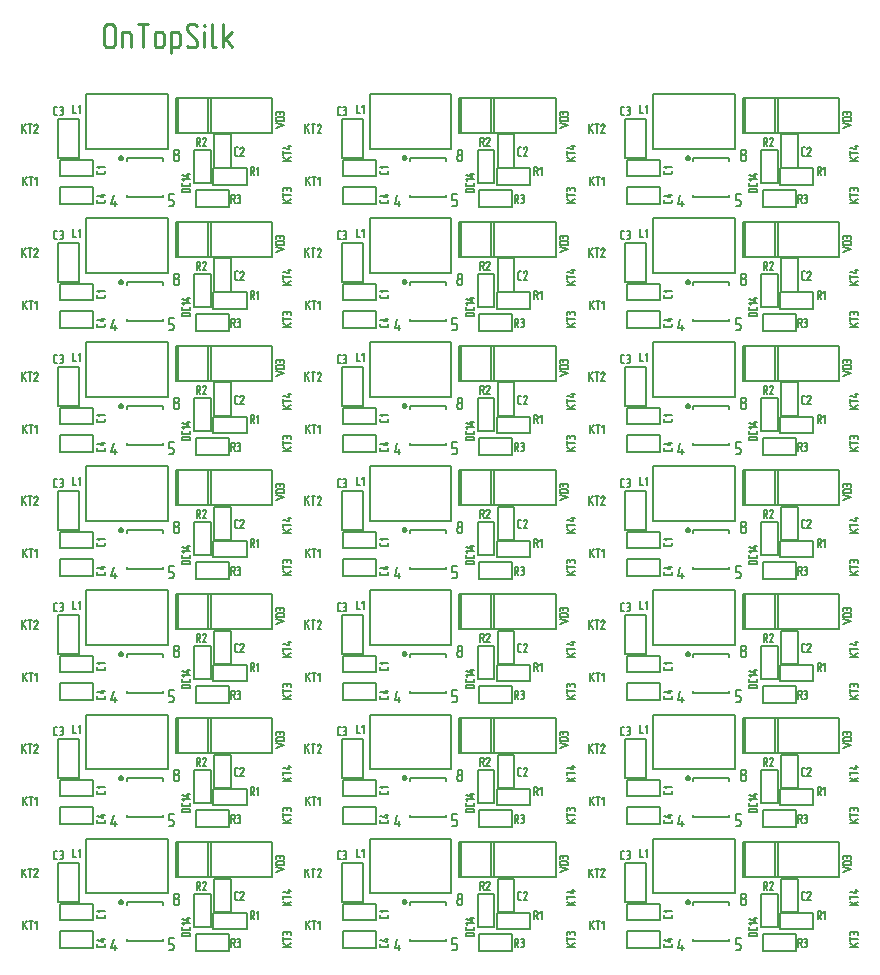
<source format=gbr>
G04 FreePCB MFC Application*
G04 Version: ÏëàòÔîðì 2.427*
G04 Author: niconson.com *
G04 WebSite: https://niconson.com/freepcb2 *
G04 Repositories: https://github.com/niconson *
G04 D:\Works\ÏëàòÔîðì íà ðóññêîì\Projects\Led\version-01\CAM(Driver-01)(11-20-2025)\Driver-01.TSL.gbr*

G04 Objects of panelization *
G04 ø¸ëê âåðõ layer *
G04 Scale: 100 percent, Rotated: No, Reflected: No *
%FSLAX26Y26*%
%MOIN*%
G04 ø¸ëê âåðõ *
G04 Rounded Rectangle Macro, params: W/2, H/2, R *
%AMRNDREC*
21,1,$1+$1,$2+$2-$3-$3,0,0,0*
21,1,$1+$1-$3-$3,$2+$2,0,0,0*
1,1,$3+$3,$1-$3,$2-$3*
1,1,$3+$3,$3-$1,$2-$3*
1,1,$3+$3,$1-$3,$3-$2*
1,1,$3+$3,$3-$1,$3-$2*%
G04 Rectangular Thermal Macro, params: W/4, H/4, TW/4, TC/4 *
%AMRECTHERM*
21,1,$1+$1-$3-$3-$4-$4,$2+$2-$3-$3-$4-$4-$4-$4,0-$1-$3-$4,0-$2-$3,0*
21,1,$1+$1-$3-$3-$4-$4-$4-$4,$2+$2-$3-$3-$4-$4,0-$1-$3,0-$2-$3-$4,0*
1,1,$4+$4+$4+$4,0-$1-$1+$4+$4,0-$2-$2+$4+$4*
1,1,$4+$4+$4+$4,0-$1-$1+$4+$4,0-$3-$3-$4-$4*
1,1,$4+$4+$4+$4,0-$3-$3-$4-$4,0-$2-$2+$4+$4*
21,1,$1+$1-$3-$3-$4-$4,$2+$2-$3-$3-$4-$4-$4-$4,0-$1-$3-$4,$2+$3,0*
21,1,$1+$1-$3-$3-$4-$4-$4-$4,$2+$2-$3-$3-$4-$4,0-$1-$3,$2+$3+$4,0*
1,1,$4+$4+$4+$4,0-$1-$1+$4+$4,$2+$2-$4-$4*
1,1,$4+$4+$4+$4,0-$1-$1+$4+$4,$3+$3+$4+$4*
1,1,$4+$4+$4+$4,0-$3-$3-$4-$4,$2+$2-$4-$4*
21,1,$1+$1-$3-$3-$4-$4,$2+$2-$3-$3-$4-$4-$4-$4,$1+$3+$4,0-$2-$3,0*
21,1,$1+$1-$3-$3-$4-$4-$4-$4,$2+$2-$3-$3-$4-$4,$1+$3,0-$2-$3-$4,0*
1,1,$4+$4+$4+$4,$1+$1-$4-$4,0-$2-$2+$4+$4*
1,1,$4+$4+$4+$4,$1+$1-$4-$4,0-$3-$3-$4-$4*
1,1,$4+$4+$4+$4,$3+$3+$4+$4,0-$2-$2+$4+$4*
21,1,$1+$1-$3-$3-$4-$4,$2+$2-$3-$3-$4-$4-$4-$4,$1+$3+$4,$2+$3,0*
21,1,$1+$1-$3-$3-$4-$4-$4-$4,$2+$2-$3-$3-$4-$4,$1+$3,$2+$3+$4,0*
1,1,$4+$4+$4+$4,$1+$1-$4-$4,$2+$2-$4-$4*
1,1,$4+$4+$4+$4,$1+$1-$4-$4,$3+$3+$4+$4*
1,1,$4+$4+$4+$4,$3+$3+$4+$4,$2+$2-$4-$4*%
%AMRECTHERM_45*
21,1,$1+$1+$1+$1,$2+$2+$2+$2-$4-$4-$4-$4-$4-$4-$4-$4-$4-$4-$3-$3,0,0,0*
21,1,$1+$1+$1+$1-$4-$4-$4-$4-$4-$4-$4-$4-$4-$4-$3-$3,$2+$2+$2+$2,0,0,0*
1,1,$4+$4+$4+$4,$1+$1-$4-$4,$2+$2-$4-$4-$4-$4-$4-$3*
1,1,$4+$4+$4+$4,$1+$1-$4-$4,0-$2-$2+$4+$4+$4+$4+$4+$3*
1,1,$4+$4+$4+$4,$1+$1-$4-$4-$4-$4-$4-$3,$2+$2-$4-$4*
1,1,$4+$4+$4+$4,0-$1-$1+$4+$4+$4+$4+$4+$3,$2+$2-$4-$4*
1,1,$4+$4+$4+$4,0-$1-$1+$4+$4,$2+$2-$4-$4-$4-$4-$4-$3*
1,1,$4+$4+$4+$4,0-$1-$1+$4+$4,0-$2-$2+$4+$4+$4+$4+$4+$3*
1,1,$4+$4+$4+$4,$1+$1-$4-$4-$4-$4-$4-$3,0-$2-$2+$4+$4*
1,1,$4+$4+$4+$4,0-$1-$1+$4+$4+$4+$4+$4+$3,0-$2-$2+$4+$4*%
%ADD10C,0.011249*%
%ADD11C,0.010000*%
%ADD12C,0.007000*%
%ADD13C,0.005906*%
G01*
G04 begin color: clBlack*
%LPD*%

G04 Objects of panelization *
D10*
X-157450Y2826600D02*
X-155750Y2821500D01*
X-155750Y2821500D02*
X-152300Y2818050D01*
X-152300Y2818050D02*
X-147200Y2816350D01*
X-147200Y2816350D02*
X-131800Y2816350D01*
X-131800Y2816350D02*
X-126650Y2818050D01*
X-126650Y2818050D02*
X-123200Y2821500D01*
X-123200Y2821500D02*
X-121500Y2826600D01*
X-121500Y2826600D02*
X-121500Y2883100D01*
X-121500Y2883100D02*
X-123200Y2888250D01*
X-123200Y2888250D02*
X-126650Y2891650D01*
X-126650Y2891650D02*
X-131800Y2893350D01*
X-131800Y2893350D02*
X-147200Y2893350D01*
X-147200Y2893350D02*
X-152300Y2891650D01*
X-152300Y2891650D02*
X-155750Y2888250D01*
X-155750Y2888250D02*
X-157450Y2883100D01*
X-157450Y2883100D02*
X-157450Y2826600D01*
X-99000Y2816350D02*
X-99000Y2867700D01*
X-99000Y2867700D02*
X-78450Y2867700D01*
X-78450Y2867700D02*
X-73300Y2866000D01*
X-73300Y2866000D02*
X-69900Y2862550D01*
X-69900Y2862550D02*
X-68150Y2857400D01*
X-68150Y2857400D02*
X-68150Y2816350D01*
X-28550Y2816350D02*
X-28550Y2893350D01*
X-45650Y2893350D02*
X-11400Y2893350D01*
X11050Y2826600D02*
X12750Y2821500D01*
X12750Y2821500D02*
X16200Y2818050D01*
X16200Y2818050D02*
X21350Y2816350D01*
X21350Y2816350D02*
X31600Y2816350D01*
X31600Y2816350D02*
X36750Y2818050D01*
X36750Y2818050D02*
X40150Y2821500D01*
X40150Y2821500D02*
X41850Y2826600D01*
X41850Y2826600D02*
X41850Y2857400D01*
X41850Y2857400D02*
X40150Y2862550D01*
X40150Y2862550D02*
X36750Y2866000D01*
X36750Y2866000D02*
X31600Y2867700D01*
X31600Y2867700D02*
X21350Y2867700D01*
X21350Y2867700D02*
X16200Y2866000D01*
X16200Y2866000D02*
X12750Y2862550D01*
X12750Y2862550D02*
X11050Y2857400D01*
X11050Y2857400D02*
X11050Y2826600D01*
X64400Y2797500D02*
X64400Y2867700D01*
X64400Y2867700D02*
X84950Y2867700D01*
X84950Y2867700D02*
X90050Y2866000D01*
X90050Y2866000D02*
X93500Y2862550D01*
X93500Y2862550D02*
X95200Y2857400D01*
X95200Y2857400D02*
X95200Y2826600D01*
X95200Y2826600D02*
X93500Y2821500D01*
X93500Y2821500D02*
X90050Y2818050D01*
X90050Y2818050D02*
X84950Y2816350D01*
X84950Y2816350D02*
X64400Y2816350D01*
X151950Y2888250D02*
X148550Y2891650D01*
X148550Y2891650D02*
X141700Y2893350D01*
X141700Y2893350D02*
X128000Y2893350D01*
X128000Y2893350D02*
X122850Y2891650D01*
X122850Y2891650D02*
X119450Y2888250D01*
X119450Y2888250D02*
X117700Y2883100D01*
X117700Y2883100D02*
X117700Y2877950D01*
X117700Y2877950D02*
X119450Y2872850D01*
X119450Y2872850D02*
X150250Y2838600D01*
X150250Y2838600D02*
X151950Y2833450D01*
X151950Y2833450D02*
X151950Y2826600D01*
X151950Y2826600D02*
X150250Y2821500D01*
X150250Y2821500D02*
X146800Y2818050D01*
X146800Y2818050D02*
X141700Y2816350D01*
X141700Y2816350D02*
X128000Y2816350D01*
X128000Y2816350D02*
X121150Y2818050D01*
X121150Y2818050D02*
X117700Y2821500D01*
X176200Y2867700D02*
X176200Y2816350D01*
X176200Y2889950D02*
X174500Y2888250D01*
X174500Y2888250D02*
X176200Y2886500D01*
X176200Y2886500D02*
X177900Y2888250D01*
X177900Y2888250D02*
X176200Y2889950D01*
X200450Y2893350D02*
X200450Y2826600D01*
X200450Y2826600D02*
X202150Y2821500D01*
X202150Y2821500D02*
X205550Y2818050D01*
X205550Y2818050D02*
X210700Y2816350D01*
X210700Y2816350D02*
X215850Y2816350D01*
X238350Y2893350D02*
X238350Y2816350D01*
X238350Y2838600D02*
X269150Y2867700D01*
X246900Y2845450D02*
X269150Y2816350D01*
D11*

G04 Step and Repeat for panelization *
%SRX3Y7I0.944882J0.413386*%

G04 ----------------------- Draw board outline (positive)*

G04 -------------- Draw Parts, Pads, Traces, Vias and Text (positive)*
D12*
X206650Y-67700D02*
X316900Y-67700D01*
X316900Y-122800D01*
X206650Y-122800D01*
X206650Y-67700D01*
D13*
X330450Y-90700D02*
X330450Y-63750D01*
X330450Y-63750D02*
X338800Y-63750D01*
X338800Y-63750D02*
X340600Y-64350D01*
X340600Y-64350D02*
X341800Y-65550D01*
X341800Y-65550D02*
X342400Y-67350D01*
X342400Y-67350D02*
X342400Y-73950D01*
X342400Y-73950D02*
X341800Y-75750D01*
X341800Y-75750D02*
X340600Y-76950D01*
X340600Y-76950D02*
X338800Y-77550D01*
X338800Y-77550D02*
X330450Y-77550D01*
X335800Y-77550D02*
X342400Y-90700D01*
X350300Y-69750D02*
X356300Y-63750D01*
X356300Y-63750D02*
X356300Y-90700D01*
X-429100Y-124000D02*
X-429100Y-97050D01*
X-429100Y-113200D02*
X-415950Y-97050D01*
X-424300Y-107800D02*
X-415950Y-124000D01*
X-402050Y-124000D02*
X-402050Y-97050D01*
X-408050Y-97050D02*
X-396050Y-97050D01*
X-388200Y-103000D02*
X-382200Y-97050D01*
X-382200Y-97050D02*
X-382200Y-124000D01*
X466500Y-183050D02*
X439550Y-183050D01*
X455750Y-183050D02*
X439550Y-169850D01*
X450350Y-178250D02*
X466500Y-169850D01*
X466500Y-156000D02*
X439550Y-156000D01*
X439550Y-162000D02*
X439550Y-150000D01*
X439550Y-142100D02*
X439550Y-135550D01*
X439550Y-135550D02*
X440150Y-133750D01*
X440150Y-133750D02*
X441950Y-131950D01*
X441950Y-131950D02*
X443750Y-131350D01*
X443750Y-131350D02*
X447350Y-131350D01*
X447350Y-131350D02*
X449150Y-131950D01*
X449150Y-131950D02*
X450950Y-133750D01*
X450950Y-133750D02*
X451550Y-135550D01*
X451550Y-138500D02*
X451550Y-136150D01*
X451550Y-136150D02*
X452150Y-133750D01*
X452150Y-133750D02*
X453950Y-131950D01*
X453950Y-131950D02*
X455750Y-131350D01*
X455750Y-131350D02*
X462300Y-131350D01*
X462300Y-131350D02*
X464100Y-131950D01*
X464100Y-131950D02*
X465900Y-133750D01*
X465900Y-133750D02*
X466500Y-135550D01*
X466500Y-135550D02*
X466500Y-142100D01*
X466100Y-44050D02*
X439150Y-44050D01*
X455350Y-44050D02*
X439150Y-30900D01*
X449950Y-39300D02*
X466100Y-30900D01*
X466100Y-17000D02*
X439150Y-17000D01*
X439150Y-23000D02*
X439150Y-11000D01*
X439150Y1600D02*
X460150Y-3150D01*
X460150Y-3150D02*
X460150Y9400D01*
X454150Y5800D02*
X466100Y5800D01*
D12*
X55100Y179100D02*
X-216500Y179100D01*
X-216500Y-1950D01*
X55100Y-1950D01*
X55100Y179100D01*
D13*
X-261350Y143650D02*
X-261350Y116700D01*
X-261350Y116700D02*
X-250600Y116700D01*
X-242700Y137700D02*
X-236700Y143650D01*
X-236700Y143650D02*
X-236700Y116700D01*
D12*
X-83000Y-41750D02*
X-83000Y-33950D01*
X37050Y-33950D01*
X37050Y-41750D01*
X-83000Y-156250D02*
X-83000Y-164050D01*
X37050Y-164050D01*
X37050Y-156250D01*
D11*
X-108000Y-31750D02*
X-107950Y-31200D01*
X-107900Y-30650D01*
X-107700Y-30100D01*
X-107500Y-29600D01*
X-107250Y-29100D01*
X-106900Y-28650D01*
X-106550Y-28200D01*
X-106100Y-27850D01*
X-105650Y-27550D01*
X-105150Y-27250D01*
X-104650Y-27050D01*
X-104100Y-26900D01*
X-103550Y-26800D01*
X-103000Y-26750D01*
X-102450Y-26800D01*
X-101900Y-26900D01*
X-101350Y-27050D01*
X-100850Y-27250D01*
X-100350Y-27550D01*
X-99900Y-27850D01*
X-99450Y-28200D01*
X-99100Y-28650D01*
X-98750Y-29100D01*
X-98500Y-29600D01*
X-98300Y-30100D01*
X-98150Y-30650D01*
X-98050Y-31200D01*
X-98000Y-31750D01*
X-98050Y-32300D01*
X-98150Y-32850D01*
X-98300Y-33400D01*
X-98500Y-33950D01*
X-98750Y-34400D01*
X-99100Y-34900D01*
X-99450Y-35300D01*
X-99900Y-35650D01*
X-100350Y-36000D01*
X-100850Y-36250D01*
X-101350Y-36500D01*
X-101900Y-36650D01*
X-102450Y-36750D01*
X-103000Y-36750D01*
X-103550Y-36750D01*
X-104100Y-36650D01*
X-104650Y-36500D01*
X-105150Y-36250D01*
X-105650Y-36000D01*
X-106100Y-35650D01*
X-106550Y-35300D01*
X-106900Y-34900D01*
X-107250Y-34400D01*
X-107500Y-33950D01*
X-107700Y-33400D01*
X-107900Y-32850D01*
X-107950Y-32300D01*
X-108000Y-31750D01*
D13*
X-126350Y-155000D02*
X-133200Y-184950D01*
X-133200Y-184950D02*
X-115200Y-184950D01*
X-120350Y-176350D02*
X-120350Y-193500D01*
X74300Y-154100D02*
X58050Y-154100D01*
X58050Y-154100D02*
X58050Y-171200D01*
X58050Y-171200D02*
X68300Y-171200D01*
X68300Y-171200D02*
X70900Y-172100D01*
X70900Y-172100D02*
X73450Y-174650D01*
X73450Y-174650D02*
X74300Y-177200D01*
X74300Y-177200D02*
X74300Y-186650D01*
X74300Y-186650D02*
X73450Y-189200D01*
X73450Y-189200D02*
X70900Y-191750D01*
X70900Y-191750D02*
X68300Y-192600D01*
X68300Y-192600D02*
X58050Y-192600D01*
X83300Y-4500D02*
X80700Y-4500D01*
X80700Y-4500D02*
X78150Y-5350D01*
X78150Y-5350D02*
X76450Y-7050D01*
X76450Y-7050D02*
X75600Y-9650D01*
X75600Y-9650D02*
X75600Y-16500D01*
X75600Y-16500D02*
X76450Y-19050D01*
X76450Y-19050D02*
X78150Y-20750D01*
X78150Y-20750D02*
X80700Y-21600D01*
X80700Y-21600D02*
X85850Y-21600D01*
X85850Y-21600D02*
X88400Y-20750D01*
X88400Y-20750D02*
X90150Y-19050D01*
X90150Y-19050D02*
X91000Y-16500D01*
X91000Y-16500D02*
X91000Y-9650D01*
X91000Y-9650D02*
X90150Y-7050D01*
X90150Y-7050D02*
X88400Y-5350D01*
X88400Y-5350D02*
X85850Y-4500D01*
X85850Y-4500D02*
X83300Y-4500D01*
X80700Y-21600D02*
X78150Y-22500D01*
X78150Y-22500D02*
X75600Y-25050D01*
X75600Y-25050D02*
X74750Y-27600D01*
X74750Y-27600D02*
X74750Y-37050D01*
X74750Y-37050D02*
X75600Y-39600D01*
X75600Y-39600D02*
X78150Y-42150D01*
X78150Y-42150D02*
X80700Y-43000D01*
X80700Y-43000D02*
X85850Y-43000D01*
X85850Y-43000D02*
X88400Y-42150D01*
X88400Y-42150D02*
X91000Y-39600D01*
X91000Y-39600D02*
X91850Y-37050D01*
X91850Y-37050D02*
X91850Y-27600D01*
X91850Y-27600D02*
X91000Y-25050D01*
X91000Y-25050D02*
X88400Y-22500D01*
X88400Y-22500D02*
X85850Y-21600D01*
X129450Y-147100D02*
X102450Y-147100D01*
X102450Y-147100D02*
X102450Y-138750D01*
X102450Y-138750D02*
X103050Y-136950D01*
X103050Y-136950D02*
X104250Y-135750D01*
X104250Y-135750D02*
X106050Y-135150D01*
X106050Y-135150D02*
X125850Y-135150D01*
X125850Y-135150D02*
X127650Y-135750D01*
X127650Y-135750D02*
X128850Y-136950D01*
X128850Y-136950D02*
X129450Y-138750D01*
X129450Y-138750D02*
X129450Y-147100D01*
X129450Y-116450D02*
X129450Y-123650D01*
X129450Y-123650D02*
X128850Y-125450D01*
X128850Y-125450D02*
X127650Y-126650D01*
X127650Y-126650D02*
X125850Y-127250D01*
X125850Y-127250D02*
X106050Y-127250D01*
X106050Y-127250D02*
X104250Y-126650D01*
X104250Y-126650D02*
X103050Y-125450D01*
X103050Y-125450D02*
X102450Y-123650D01*
X102450Y-123650D02*
X102450Y-116450D01*
X108450Y-108600D02*
X102450Y-102600D01*
X102450Y-102600D02*
X129450Y-102600D01*
X102450Y-89900D02*
X123450Y-94700D01*
X123450Y-94700D02*
X123450Y-82150D01*
X117450Y-85750D02*
X129450Y-85750D01*
D12*
X197200Y-5500D02*
X197200Y-115750D01*
X142100Y-115750D01*
X142100Y-5500D01*
X197200Y-5500D01*
D13*
X150750Y7950D02*
X150750Y34950D01*
X150750Y34950D02*
X159150Y34950D01*
X159150Y34950D02*
X160950Y34350D01*
X160950Y34350D02*
X162150Y33150D01*
X162150Y33150D02*
X162750Y31350D01*
X162750Y31350D02*
X162750Y24750D01*
X162750Y24750D02*
X162150Y22950D01*
X162150Y22950D02*
X160950Y21750D01*
X160950Y21750D02*
X159150Y21150D01*
X159150Y21150D02*
X150750Y21150D01*
X156150Y21150D02*
X162750Y7950D01*
X170600Y30150D02*
X171200Y32550D01*
X171200Y32550D02*
X173000Y34350D01*
X173000Y34350D02*
X175400Y34950D01*
X175400Y34950D02*
X177800Y34950D01*
X177800Y34950D02*
X180200Y34350D01*
X180200Y34350D02*
X182000Y32550D01*
X182000Y32550D02*
X182600Y30150D01*
X182600Y30150D02*
X182600Y28350D01*
X182600Y28350D02*
X182000Y26550D01*
X182000Y26550D02*
X170600Y7950D01*
X170600Y7950D02*
X182600Y7950D01*
X-432000Y52200D02*
X-432000Y79150D01*
X-432000Y62950D02*
X-418850Y79150D01*
X-427200Y68350D02*
X-418850Y52200D01*
X-404950Y52200D02*
X-404950Y79150D01*
X-410950Y79150D02*
X-398950Y79150D01*
X-391100Y74350D02*
X-390500Y76750D01*
X-390500Y76750D02*
X-388700Y78550D01*
X-388700Y78550D02*
X-386300Y79150D01*
X-386300Y79150D02*
X-383900Y79150D01*
X-383900Y79150D02*
X-381500Y78550D01*
X-381500Y78550D02*
X-379700Y76750D01*
X-379700Y76750D02*
X-379100Y74350D01*
X-379100Y74350D02*
X-379100Y72550D01*
X-379100Y72550D02*
X-379700Y70750D01*
X-379700Y70750D02*
X-391100Y52200D01*
X-391100Y52200D02*
X-379100Y52200D01*
D12*
X80750Y167250D02*
X402750Y167250D01*
X402750Y167250D02*
X402750Y49250D01*
X402750Y49250D02*
X80750Y49250D01*
X80750Y49250D02*
X80750Y167250D01*
X187750Y158250D02*
X187750Y58250D01*
X87750Y158250D02*
X87750Y58250D01*
X197750Y158250D02*
X197750Y58250D01*
X197750Y158250D02*
X197750Y163250D01*
X187750Y158250D02*
X187750Y163250D01*
X187750Y58250D02*
X187750Y53250D01*
X197750Y58250D02*
X197750Y53250D01*
X87750Y158250D02*
X87750Y163250D01*
X87750Y58250D02*
X87750Y53250D01*
D13*
X415650Y68700D02*
X442600Y75900D01*
X442600Y75900D02*
X415650Y83100D01*
X442600Y90950D02*
X415650Y90950D01*
X415650Y90950D02*
X415650Y99350D01*
X415650Y99350D02*
X416250Y101150D01*
X416250Y101150D02*
X417450Y102350D01*
X417450Y102350D02*
X419200Y102950D01*
X419200Y102950D02*
X439000Y102950D01*
X439000Y102950D02*
X440800Y102350D01*
X440800Y102350D02*
X442000Y101150D01*
X442000Y101150D02*
X442600Y99350D01*
X442600Y99350D02*
X442600Y90950D01*
X415650Y110850D02*
X415650Y117400D01*
X415650Y117400D02*
X416250Y119200D01*
X416250Y119200D02*
X418050Y121000D01*
X418050Y121000D02*
X419800Y121600D01*
X419800Y121600D02*
X423400Y121600D01*
X423400Y121600D02*
X425200Y121000D01*
X425200Y121000D02*
X427000Y119200D01*
X427000Y119200D02*
X427600Y117400D01*
X427600Y114450D02*
X427600Y116800D01*
X427600Y116800D02*
X428200Y119200D01*
X428200Y119200D02*
X430000Y121000D01*
X430000Y121000D02*
X431800Y121600D01*
X431800Y121600D02*
X438400Y121600D01*
X438400Y121600D02*
X440200Y121000D01*
X440200Y121000D02*
X442000Y119200D01*
X442000Y119200D02*
X442600Y117400D01*
X442600Y117400D02*
X442600Y110850D01*
D12*
X147600Y-139750D02*
X257850Y-139750D01*
X257850Y-194850D01*
X147600Y-194850D01*
X147600Y-139750D01*
D13*
X265450Y-182400D02*
X265450Y-155450D01*
X265450Y-155450D02*
X273850Y-155450D01*
X273850Y-155450D02*
X275650Y-156050D01*
X275650Y-156050D02*
X276850Y-157250D01*
X276850Y-157250D02*
X277450Y-159050D01*
X277450Y-159050D02*
X277450Y-165650D01*
X277450Y-165650D02*
X276850Y-167450D01*
X276850Y-167450D02*
X275650Y-168650D01*
X275650Y-168650D02*
X273850Y-169250D01*
X273850Y-169250D02*
X265450Y-169250D01*
X270850Y-169250D02*
X277450Y-182400D01*
X285350Y-155450D02*
X291950Y-155450D01*
X291950Y-155450D02*
X293700Y-156050D01*
X293700Y-156050D02*
X295500Y-157850D01*
X295500Y-157850D02*
X296100Y-159650D01*
X296100Y-159650D02*
X296100Y-163250D01*
X296100Y-163250D02*
X295500Y-165050D01*
X295500Y-165050D02*
X293700Y-166850D01*
X293700Y-166850D02*
X291950Y-167450D01*
X288950Y-167450D02*
X291350Y-167450D01*
X291350Y-167450D02*
X293700Y-168050D01*
X293700Y-168050D02*
X295500Y-169850D01*
X295500Y-169850D02*
X296100Y-171650D01*
X296100Y-171650D02*
X296100Y-178200D01*
X296100Y-178200D02*
X295500Y-180000D01*
X295500Y-180000D02*
X293700Y-181800D01*
X293700Y-181800D02*
X291950Y-182400D01*
X291950Y-182400D02*
X285350Y-182400D01*
D12*
X-305100Y-129500D02*
X-194850Y-129500D01*
X-194850Y-184650D01*
X-305100Y-184650D01*
X-305100Y-129500D01*
D13*
X-155050Y-172100D02*
X-155050Y-179250D01*
X-155050Y-179250D02*
X-155650Y-181050D01*
X-155650Y-181050D02*
X-156850Y-182250D01*
X-156850Y-182250D02*
X-158650Y-182850D01*
X-158650Y-182850D02*
X-178450Y-182850D01*
X-178450Y-182850D02*
X-180200Y-182250D01*
X-180200Y-182250D02*
X-181400Y-181050D01*
X-181400Y-181050D02*
X-182000Y-179250D01*
X-182000Y-179250D02*
X-182000Y-172100D01*
X-182000Y-159400D02*
X-161050Y-164200D01*
X-161050Y-164200D02*
X-161050Y-151600D01*
X-167050Y-155200D02*
X-155050Y-155200D01*
D12*
X-305100Y-38950D02*
X-194850Y-38950D01*
X-194850Y-94100D01*
X-305100Y-94100D01*
X-305100Y-38950D01*
D13*
X-155050Y-75250D02*
X-155050Y-82450D01*
X-155050Y-82450D02*
X-155650Y-84250D01*
X-155650Y-84250D02*
X-156850Y-85450D01*
X-156850Y-85450D02*
X-158650Y-86050D01*
X-158650Y-86050D02*
X-178450Y-86050D01*
X-178450Y-86050D02*
X-180200Y-85450D01*
X-180200Y-85450D02*
X-181400Y-84250D01*
X-181400Y-84250D02*
X-182000Y-82450D01*
X-182000Y-82450D02*
X-182000Y-75250D01*
X-176050Y-67400D02*
X-182000Y-61400D01*
X-182000Y-61400D02*
X-155050Y-61400D01*
X-311000Y97600D02*
X-311000Y-32250D01*
X-240150Y-32250D01*
X-240150Y97600D01*
X-311000Y97600D01*
X-313550Y110550D02*
X-320750Y110550D01*
X-320750Y110550D02*
X-322550Y111150D01*
X-322550Y111150D02*
X-323750Y112350D01*
X-323750Y112350D02*
X-324350Y114150D01*
X-324350Y114150D02*
X-324350Y133950D01*
X-324350Y133950D02*
X-323750Y135750D01*
X-323750Y135750D02*
X-322550Y136950D01*
X-322550Y136950D02*
X-320750Y137550D01*
X-320750Y137550D02*
X-313550Y137550D01*
X-305650Y137550D02*
X-299100Y137550D01*
X-299100Y137550D02*
X-297300Y136950D01*
X-297300Y136950D02*
X-295500Y135150D01*
X-295500Y135150D02*
X-294900Y133350D01*
X-294900Y133350D02*
X-294900Y129750D01*
X-294900Y129750D02*
X-295500Y127950D01*
X-295500Y127950D02*
X-297300Y126150D01*
X-297300Y126150D02*
X-299100Y125550D01*
X-302100Y125550D02*
X-299700Y125550D01*
X-299700Y125550D02*
X-297300Y124950D01*
X-297300Y124950D02*
X-295500Y123150D01*
X-295500Y123150D02*
X-294900Y121350D01*
X-294900Y121350D02*
X-294900Y114750D01*
X-294900Y114750D02*
X-295500Y112950D01*
X-295500Y112950D02*
X-297300Y111150D01*
X-297300Y111150D02*
X-299100Y110550D01*
X-299100Y110550D02*
X-305650Y110550D01*
D12*
X208650Y-64550D02*
X208650Y45650D01*
X263750Y45650D01*
X263750Y-64550D01*
X208650Y-64550D01*
D13*
X288050Y-24600D02*
X280850Y-24600D01*
X280850Y-24600D02*
X279050Y-24000D01*
X279050Y-24000D02*
X277900Y-22800D01*
X277900Y-22800D02*
X277300Y-21000D01*
X277300Y-21000D02*
X277300Y-1250D01*
X277300Y-1250D02*
X277900Y500D01*
X277900Y500D02*
X279050Y1700D01*
X279050Y1700D02*
X280850Y2300D01*
X280850Y2300D02*
X288050Y2300D01*
X295950Y-2450D02*
X296550Y-50D01*
X296550Y-50D02*
X298350Y1700D01*
X298350Y1700D02*
X300750Y2300D01*
X300750Y2300D02*
X303150Y2300D01*
X303150Y2300D02*
X305550Y1700D01*
X305550Y1700D02*
X307350Y-50D01*
X307350Y-50D02*
X307950Y-2450D01*
X307950Y-2450D02*
X307950Y-4200D01*
X307950Y-4200D02*
X307350Y-6000D01*
X307350Y-6000D02*
X295950Y-24600D01*
X295950Y-24600D02*
X307950Y-24600D01*

G04 Draw traces*

G04 Draw Text*
D11*

G04 EOF Step and Repeat for panelization *
%SR*%
M02*

</source>
